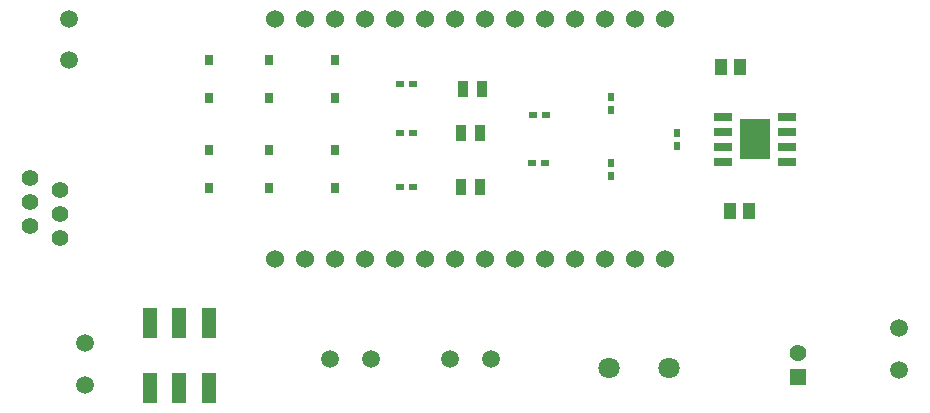
<source format=gts>
G04 #@! TF.GenerationSoftware,KiCad,Pcbnew,5.1.5+dfsg1-2build2*
G04 #@! TF.CreationDate,2022-04-22T12:54:42+02:00*
G04 #@! TF.ProjectId,Shield,53686965-6c64-42e6-9b69-6361645f7063,1.0*
G04 #@! TF.SameCoordinates,Original*
G04 #@! TF.FileFunction,Soldermask,Top*
G04 #@! TF.FilePolarity,Negative*
%FSLAX46Y46*%
G04 Gerber Fmt 4.6, Leading zero omitted, Abs format (unit mm)*
G04 Created by KiCad (PCBNEW 5.1.5+dfsg1-2build2) date 2022-04-22 12:54:42*
%MOMM*%
%LPD*%
G04 APERTURE LIST*
%ADD10C,1.500000*%
%ADD11C,1.524000*%
%ADD12C,1.400000*%
%ADD13C,1.800000*%
%ADD14R,1.200000X2.500000*%
%ADD15R,0.600000X0.750000*%
%ADD16R,0.750000X0.600000*%
%ADD17C,1.425000*%
%ADD18R,1.425000X1.425000*%
%ADD19R,2.513000X3.402000*%
%ADD20R,1.525000X0.700000*%
%ADD21R,0.760000X0.820000*%
%ADD22R,0.980000X1.430000*%
%ADD23R,0.940000X1.430000*%
G04 APERTURE END LIST*
D10*
X72847200Y-99512000D03*
X72847200Y-96012000D03*
X141782800Y-98242000D03*
X141782800Y-94742000D03*
D11*
X88900000Y-88900000D03*
X91440000Y-88900000D03*
X93980000Y-88900000D03*
X96520000Y-88900000D03*
X99060000Y-88900000D03*
X101600000Y-88900000D03*
X104140000Y-88900000D03*
X106680000Y-88900000D03*
X109220000Y-88900000D03*
X111760000Y-88900000D03*
X114300000Y-88900000D03*
X116840000Y-88900000D03*
X119380000Y-88900000D03*
X121920000Y-88900000D03*
X88900000Y-68580000D03*
X91440000Y-68580000D03*
X93980000Y-68580000D03*
X96520000Y-68580000D03*
X99060000Y-68580000D03*
X101600000Y-68580000D03*
X104140000Y-68580000D03*
X106680000Y-68580000D03*
X109220000Y-68580000D03*
X111760000Y-68580000D03*
X114300000Y-68580000D03*
X116840000Y-68580000D03*
X119380000Y-68580000D03*
X121920000Y-68580000D03*
D12*
X68224400Y-82022000D03*
X70764400Y-83042000D03*
X68224400Y-84062000D03*
X70764400Y-85082000D03*
X68224400Y-86102000D03*
X70764400Y-87122000D03*
D13*
X122275600Y-98094800D03*
X117195600Y-98094800D03*
D10*
X71526400Y-72029200D03*
X71526400Y-68529200D03*
D14*
X78322800Y-94328800D03*
X80822800Y-94328800D03*
X83322800Y-94328800D03*
X83322800Y-99828800D03*
X80822800Y-99828800D03*
X78322800Y-99828800D03*
D15*
X122936000Y-78190000D03*
X122936000Y-79290000D03*
D16*
X111802000Y-80772000D03*
X110702000Y-80772000D03*
D15*
X117348000Y-75142000D03*
X117348000Y-76242000D03*
X117348000Y-80730000D03*
X117348000Y-81830000D03*
D16*
X110744000Y-76708000D03*
X111844000Y-76708000D03*
X100626000Y-82804000D03*
X99526000Y-82804000D03*
X100626000Y-78232000D03*
X99526000Y-78232000D03*
X100575200Y-74066400D03*
X99475200Y-74066400D03*
D10*
X107233600Y-97332800D03*
X103733600Y-97332800D03*
X97073600Y-97332800D03*
X93573600Y-97332800D03*
D17*
X133197600Y-96856800D03*
D18*
X133197600Y-98856800D03*
D19*
X129540000Y-78740000D03*
D20*
X132252000Y-76835000D03*
X132252000Y-78105000D03*
X132252000Y-79375000D03*
X132252000Y-80645000D03*
X126828000Y-80645000D03*
X126828000Y-79375000D03*
X126828000Y-78105000D03*
X126828000Y-76835000D03*
D21*
X93980000Y-79680000D03*
X93980000Y-82880000D03*
X93980000Y-72060000D03*
X93980000Y-75260000D03*
X88392000Y-79680000D03*
X88392000Y-82880000D03*
X88392000Y-72060000D03*
X88392000Y-75260000D03*
X83312000Y-79680000D03*
X83312000Y-82880000D03*
X83312000Y-72060000D03*
X83312000Y-75260000D03*
D22*
X128308000Y-72644000D03*
X126708000Y-72644000D03*
X129032000Y-84836000D03*
X127432000Y-84836000D03*
D23*
X104648000Y-82804000D03*
X106288000Y-82804000D03*
X104676000Y-78232000D03*
X106316000Y-78232000D03*
X104844000Y-74472800D03*
X106484000Y-74472800D03*
M02*

</source>
